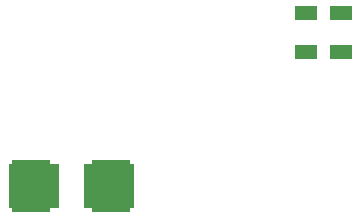
<source format=gbr>
%TF.GenerationSoftware,KiCad,Pcbnew,(5.1.10-1-10_14)*%
%TF.CreationDate,2021-07-05T16:18:31+02:00*%
%TF.ProjectId,cablebot_power,6361626c-6562-46f7-945f-706f7765722e,rev?*%
%TF.SameCoordinates,Original*%
%TF.FileFunction,Paste,Top*%
%TF.FilePolarity,Positive*%
%FSLAX46Y46*%
G04 Gerber Fmt 4.6, Leading zero omitted, Abs format (unit mm)*
G04 Created by KiCad (PCBNEW (5.1.10-1-10_14)) date 2021-07-05 16:18:31*
%MOMM*%
%LPD*%
G01*
G04 APERTURE LIST*
%ADD10R,3.302000X4.368800*%
%ADD11R,4.240000X3.810000*%
%ADD12R,1.905000X1.270000*%
G04 APERTURE END LIST*
D10*
%TO.C,F2*%
X128609100Y-108925000D03*
X135390900Y-108925000D03*
%TD*%
D11*
%TO.C,F1*%
X128815000Y-108925000D03*
X135185000Y-108925000D03*
%TD*%
D12*
%TO.C,R1*%
X151850000Y-94249000D03*
X151850000Y-97551000D03*
%TD*%
%TO.C,D1*%
X154850000Y-94249000D03*
X154850000Y-97551000D03*
%TD*%
M02*

</source>
